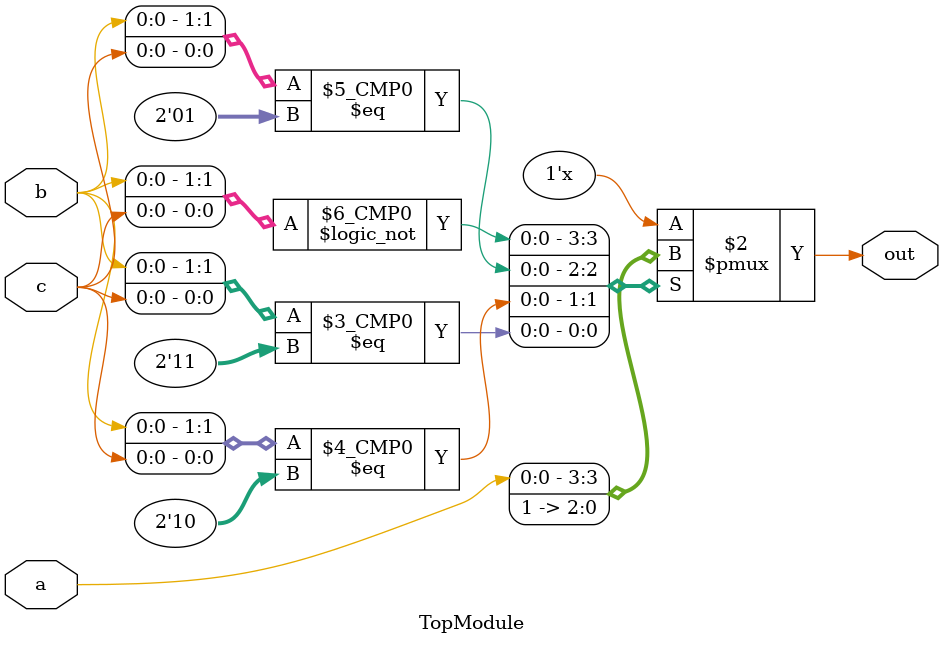
<source format=sv>
module TopModule (
    input  logic a,
    input  logic b,
    input  logic c,
    output logic out
);

always @(*) begin
    case ({b, c})
        2'b00: out = a;
        2'b01: out = 1'b1;
        2'b10: out = 1'b1;
        2'b11: out = 1'b1;
        default: out = 1'b0; // Default case to handle any unexpected inputs
    endcase
end

endmodule
</source>
